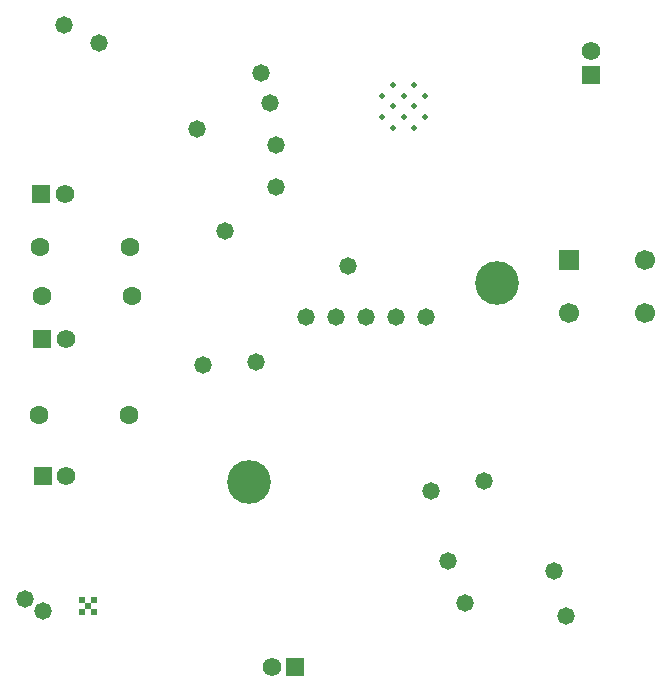
<source format=gbs>
G04*
G04 #@! TF.GenerationSoftware,Altium Limited,Altium Designer,20.1.14 (287)*
G04*
G04 Layer_Color=16711935*
%FSLAX44Y44*%
%MOMM*%
G71*
G04*
G04 #@! TF.SameCoordinates,F73B8E14-7BBA-4DA7-B101-32C151AF21F3*
G04*
G04*
G04 #@! TF.FilePolarity,Negative*
G04*
G01*
G75*
%ADD52C,1.7012*%
%ADD53R,1.7012X1.7012*%
%ADD54C,0.5032*%
%ADD55R,1.5712X1.5712*%
%ADD56C,1.5712*%
%ADD57C,0.6032*%
%ADD58C,1.6032*%
%ADD59R,1.5712X1.5712*%
%ADD60C,1.4732*%
%ADD61C,3.7032*%
D52*
X560324Y316950D02*
D03*
X625324D02*
D03*
Y361950D02*
D03*
D53*
X560324D02*
D03*
D54*
X411387Y510540D02*
D03*
X429737D02*
D03*
X402212Y501365D02*
D03*
X420562D02*
D03*
X438912D02*
D03*
X411387Y492190D02*
D03*
X429737D02*
D03*
X402212Y483015D02*
D03*
X420562D02*
D03*
X438912D02*
D03*
X411387Y473840D02*
D03*
X429737D02*
D03*
D55*
X114300Y295148D02*
D03*
X328770Y17360D02*
D03*
X114968Y178982D02*
D03*
X113698Y417742D02*
D03*
D56*
X134300Y295148D02*
D03*
X308770Y17360D02*
D03*
X579374Y539176D02*
D03*
X134968Y178982D02*
D03*
X133698Y417742D02*
D03*
D57*
X157992Y64218D02*
D03*
X147992D02*
D03*
X152992Y69218D02*
D03*
X147992Y74218D02*
D03*
X157992D02*
D03*
D58*
X113030Y373380D02*
D03*
X189230D02*
D03*
X111760Y231140D02*
D03*
X187960D02*
D03*
X114300Y331470D02*
D03*
X190500D02*
D03*
D59*
X579374Y519176D02*
D03*
D60*
X458216Y106934D02*
D03*
X472186Y72136D02*
D03*
X337566Y314198D02*
D03*
X362966Y314200D02*
D03*
X388370Y314198D02*
D03*
X413770Y314200D02*
D03*
X439170D02*
D03*
X488950Y175260D02*
D03*
X373412Y356870D02*
D03*
X312420Y424180D02*
D03*
X115480Y64820D02*
D03*
X307340Y495300D02*
D03*
X245618Y472948D02*
D03*
X312166Y459232D02*
D03*
X162560Y546100D02*
D03*
X299720Y520700D02*
D03*
X133350Y561340D02*
D03*
X295148Y275844D02*
D03*
X547878Y98806D02*
D03*
X269026Y386334D02*
D03*
X250444Y273050D02*
D03*
X443992Y166370D02*
D03*
X99732Y75488D02*
D03*
X558292Y60960D02*
D03*
D61*
X289306Y173990D02*
D03*
X499364Y342646D02*
D03*
M02*

</source>
